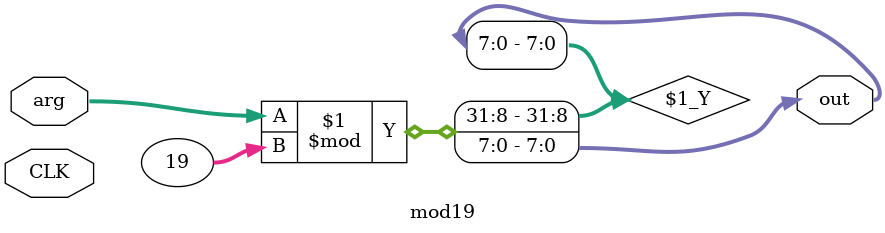
<source format=v>
/*! Verilog implementation of external functions for the  fir example -*- mode: verilog -*- !*/

module mod19(input wire CLK,
                   input wire[7:0] arg,
                   output wire[7:0] out);
   assign out = arg % 19;
endmodule


</source>
